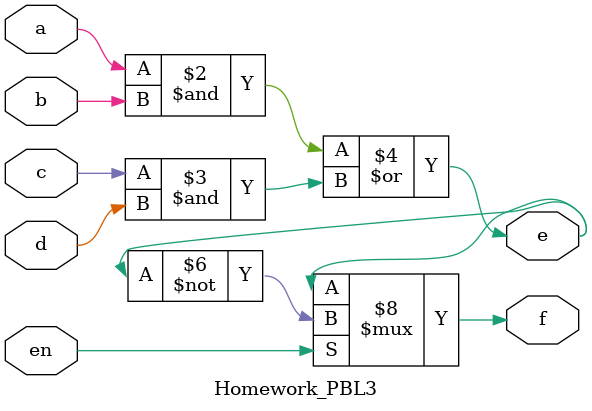
<source format=v>
`timescale 1ns / 1ps


//module Homework_PBL1(
//    input wire a,
//    input wire b,
//    input wire c,
//    input wire d,
//    output wire e
//    );
//    assign e = (a&b)|(c&d);
    
    
//endmodule

//module Homework_PBL2(
//    input wire a,
//    input wire b,
//    input wire c,
//    input wire d,
//    input wire sel,
//    output reg e
//    );
    
//    always @(*) begin
//    if (sel == 1)
//    e = (c & d);
//    else
//    e = (a & b);
//    end
//endmodule

module Homework_PBL3(
    input wire a,
    input wire b,
    input wire c,
    input wire d,
    input wire en,
    output reg e,
    output reg f
    );
    
    always @(*) begin
    e = (a&b)|(c&d);
    if (en == 1)
    f = ~e;
    else
    f = e;
    end
    endmodule
</source>
